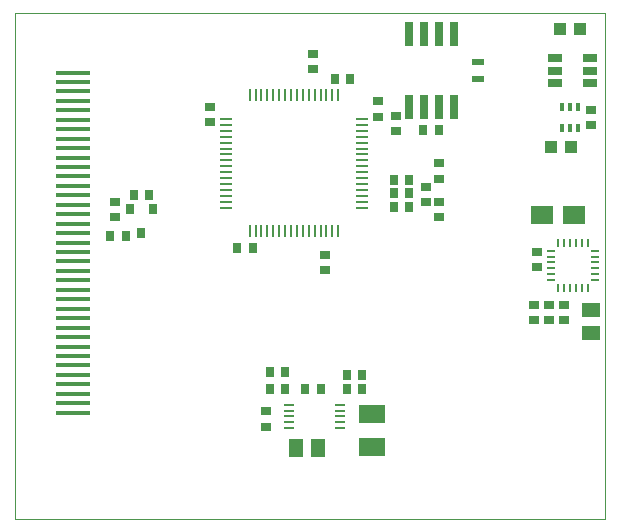
<source format=gbp>
G75*
%MOIN*%
%OFA0B0*%
%FSLAX25Y25*%
%IPPOS*%
%LPD*%
%AMOC8*
5,1,8,0,0,1.08239X$1,22.5*
%
%ADD10C,0.00000*%
%ADD11R,0.03937X0.00866*%
%ADD12R,0.00866X0.03937*%
%ADD13R,0.01142X0.02500*%
%ADD14R,0.01142X0.02756*%
%ADD15R,0.02500X0.01142*%
%ADD16R,0.02756X0.01142*%
%ADD17R,0.11811X0.01575*%
%ADD18R,0.01181X0.02559*%
%ADD19R,0.08661X0.06299*%
%ADD20R,0.03543X0.01142*%
%ADD21R,0.02756X0.03543*%
%ADD22R,0.03543X0.02756*%
%ADD23R,0.05118X0.05906*%
%ADD24R,0.05118X0.02756*%
%ADD25R,0.04331X0.02362*%
%ADD26R,0.03100X0.03500*%
%ADD27R,0.04331X0.03937*%
%ADD28R,0.05906X0.05118*%
%ADD29R,0.02600X0.08000*%
%ADD30R,0.07677X0.05906*%
D10*
X0001113Y0001800D02*
X0001113Y0170698D01*
X0197767Y0170698D01*
X0197767Y0001800D01*
X0001113Y0001800D01*
D11*
X0071546Y0105698D03*
X0071546Y0107666D03*
X0071546Y0109635D03*
X0071546Y0111603D03*
X0071546Y0113572D03*
X0071546Y0115540D03*
X0071546Y0117509D03*
X0071546Y0119477D03*
X0071546Y0121446D03*
X0071546Y0123414D03*
X0071546Y0125383D03*
X0071546Y0127351D03*
X0071546Y0129320D03*
X0071546Y0131288D03*
X0071546Y0133257D03*
X0071546Y0135225D03*
X0116822Y0135225D03*
X0116822Y0133257D03*
X0116822Y0131288D03*
X0116822Y0129320D03*
X0116822Y0127351D03*
X0116822Y0125383D03*
X0116822Y0123414D03*
X0116822Y0121446D03*
X0116822Y0119477D03*
X0116822Y0117509D03*
X0116822Y0115540D03*
X0116822Y0113572D03*
X0116822Y0111603D03*
X0116822Y0109635D03*
X0116822Y0107666D03*
X0116822Y0105698D03*
D12*
X0108948Y0097824D03*
X0106979Y0097824D03*
X0105011Y0097824D03*
X0103042Y0097824D03*
X0101074Y0097824D03*
X0099105Y0097824D03*
X0097137Y0097824D03*
X0095168Y0097824D03*
X0093200Y0097824D03*
X0091231Y0097824D03*
X0089263Y0097824D03*
X0087294Y0097824D03*
X0085326Y0097824D03*
X0083357Y0097824D03*
X0081389Y0097824D03*
X0079420Y0097824D03*
X0079420Y0143099D03*
X0081389Y0143099D03*
X0083357Y0143099D03*
X0085326Y0143099D03*
X0087294Y0143099D03*
X0089263Y0143099D03*
X0091231Y0143099D03*
X0093200Y0143099D03*
X0095168Y0143099D03*
X0097137Y0143099D03*
X0099105Y0143099D03*
X0101074Y0143099D03*
X0103042Y0143099D03*
X0105011Y0143099D03*
X0106979Y0143099D03*
X0108948Y0143099D03*
D13*
X0182215Y0093828D03*
X0192058Y0093828D03*
X0192058Y0079064D03*
X0182215Y0079064D03*
D14*
X0184184Y0079064D03*
X0186152Y0079064D03*
X0188121Y0079064D03*
X0190089Y0079064D03*
X0190089Y0093828D03*
X0188121Y0093828D03*
X0186152Y0093828D03*
X0184184Y0093828D03*
D15*
X0179755Y0091367D03*
X0179755Y0081524D03*
X0194519Y0081524D03*
X0194519Y0091367D03*
D16*
X0194519Y0089398D03*
X0194519Y0087430D03*
X0194519Y0085461D03*
X0194519Y0083493D03*
X0179755Y0083493D03*
X0179755Y0085461D03*
X0179755Y0087430D03*
X0179755Y0089398D03*
D17*
X0020483Y0090894D03*
X0020483Y0094044D03*
X0020483Y0097194D03*
X0020483Y0100343D03*
X0020483Y0103493D03*
X0020483Y0106643D03*
X0020483Y0109792D03*
X0020483Y0112942D03*
X0020483Y0116091D03*
X0020483Y0119241D03*
X0020483Y0122391D03*
X0020483Y0125540D03*
X0020483Y0128690D03*
X0020483Y0131839D03*
X0020483Y0134989D03*
X0020483Y0138139D03*
X0020483Y0141288D03*
X0020483Y0144438D03*
X0020483Y0147587D03*
X0020483Y0150737D03*
X0020483Y0087745D03*
X0020483Y0084595D03*
X0020483Y0081446D03*
X0020483Y0078296D03*
X0020483Y0075146D03*
X0020483Y0071997D03*
X0020483Y0068847D03*
X0020483Y0065698D03*
X0020483Y0062548D03*
X0020483Y0059398D03*
X0020483Y0056249D03*
X0020483Y0053099D03*
X0020483Y0049950D03*
X0020483Y0046800D03*
X0020483Y0043650D03*
X0020483Y0040501D03*
X0020483Y0037351D03*
D18*
X0183593Y0132115D03*
X0186152Y0132115D03*
X0188711Y0132115D03*
X0188711Y0139202D03*
X0186152Y0139202D03*
X0183593Y0139202D03*
D19*
X0120207Y0036839D03*
X0120207Y0025816D03*
D20*
X0109617Y0032154D03*
X0109617Y0034123D03*
X0109617Y0036091D03*
X0109617Y0038060D03*
X0109617Y0040028D03*
X0092688Y0040028D03*
X0092688Y0038060D03*
X0092688Y0036091D03*
X0092688Y0034123D03*
X0092688Y0032154D03*
D21*
X0091270Y0045107D03*
X0086152Y0045107D03*
X0086152Y0051013D03*
X0091270Y0051013D03*
X0097963Y0045107D03*
X0103081Y0045107D03*
X0111743Y0045107D03*
X0111743Y0050028D03*
X0116861Y0050028D03*
X0116861Y0045107D03*
X0080444Y0092351D03*
X0075326Y0092351D03*
X0045995Y0110068D03*
X0040877Y0110068D03*
X0038121Y0096288D03*
X0033003Y0096288D03*
X0107806Y0148454D03*
X0112924Y0148454D03*
X0137333Y0131721D03*
X0142452Y0131721D03*
X0132609Y0114989D03*
X0132609Y0110461D03*
X0132609Y0105934D03*
X0127491Y0105934D03*
X0127491Y0110461D03*
X0127491Y0114989D03*
D22*
X0138121Y0112627D03*
X0138121Y0107509D03*
X0142648Y0107706D03*
X0142648Y0102587D03*
X0142648Y0115383D03*
X0142648Y0120501D03*
X0128081Y0131131D03*
X0128081Y0136249D03*
X0122176Y0136052D03*
X0122176Y0141170D03*
X0100522Y0151800D03*
X0100522Y0156918D03*
X0066074Y0139202D03*
X0066074Y0134083D03*
X0034578Y0107706D03*
X0034578Y0102587D03*
X0104459Y0089989D03*
X0104459Y0084871D03*
X0084774Y0037824D03*
X0084774Y0032706D03*
X0174341Y0068139D03*
X0179263Y0068139D03*
X0184184Y0068139D03*
X0184184Y0073257D03*
X0179263Y0073257D03*
X0174341Y0073257D03*
X0175326Y0085855D03*
X0175326Y0090973D03*
X0193042Y0133099D03*
X0193042Y0138217D03*
D23*
X0102294Y0025422D03*
X0094814Y0025422D03*
D24*
X0181330Y0147076D03*
X0181330Y0151406D03*
X0181330Y0155737D03*
X0192944Y0155737D03*
X0192944Y0151406D03*
X0192944Y0147076D03*
D25*
X0155641Y0148650D03*
X0155641Y0154162D03*
D26*
X0047136Y0105209D03*
X0039536Y0105209D03*
X0043336Y0097209D03*
D27*
X0179853Y0125816D03*
X0186546Y0125816D03*
X0189499Y0165186D03*
X0182806Y0165186D03*
D28*
X0193042Y0071485D03*
X0193042Y0064005D03*
D29*
X0147393Y0139306D03*
X0142393Y0139306D03*
X0137393Y0139306D03*
X0132393Y0139306D03*
X0132393Y0163506D03*
X0137393Y0163506D03*
X0142393Y0163506D03*
X0147393Y0163506D03*
D30*
X0176802Y0103178D03*
X0187629Y0103178D03*
M02*

</source>
